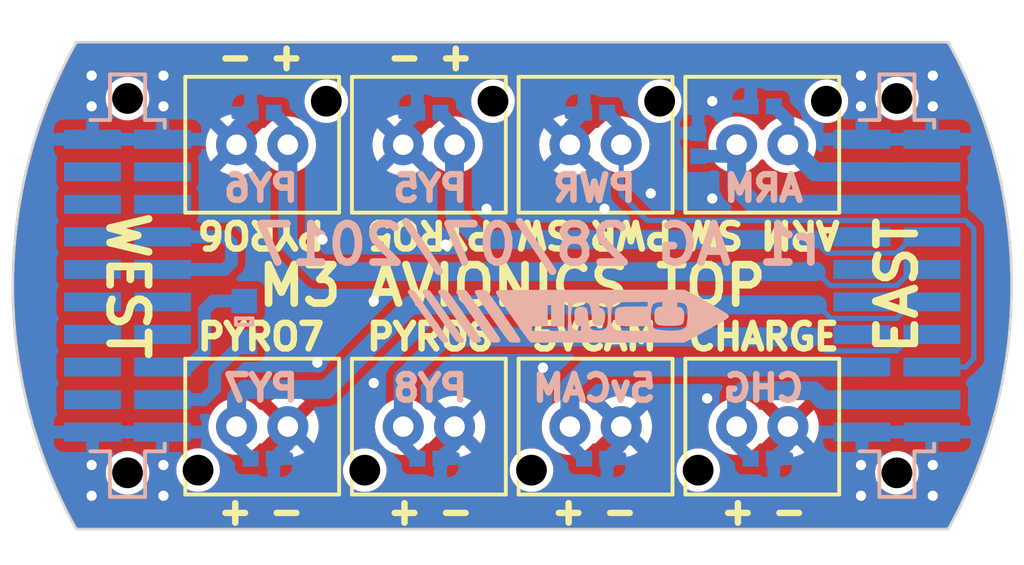
<source format=kicad_pcb>
(kicad_pcb (version 20221018) (generator pcbnew)
  (layers (0 "F.Cu" signal) (31 "B.Cu" signal) (34 "B.Paste" user) (35 "F.Paste" user) (36 "B.SilkS" user "B.Silkscreen") (37 "F.SilkS" user "F.Silkscreen") (38 "B.Mask" user) (39 "F.Mask" user) (44 "Edge.Cuts" user))
  (net 0 "")
  (net 1 "GND")
  (net 2 "/3v3_IMU")
  (net 3 "/JTMS")
  (net 4 "/3v3_RADIO")
  (net 5 "/JTCK")
  (net 6 "/3v3_FC")
  (net 7 "/JTDI")
  (net 8 "/3v3_PYRO")
  (net 9 "/3v3_DL")
  (net 10 "/RSVD1")
  (net 11 "/3v3_AUX1")
  (net 12 "/5v_CAN")
  (net 13 "/3v3_AUX2")
  (net 14 "/CAN-")
  (net 15 "/RSVD2")
  (net 16 "/CAN+")
  (net 17 "/CHARGE")
  (net 18 "/PWR")
  (net 19 "/5v_CAM")
  (net 20 "/PYRO8")
  (net 21 "/5v_AUX2")
  (net 22 "/PYRO7")
  (net 23 "/5v_AUX1")
  (net 24 "/PYRO6")
  (net 25 "/5v_IMU")
  (net 26 "/PYRO5")
  (net 27 "/5v_RADIO")
  (net 28 "/PYRO_SI")
  (net 29 "/PYRO_SO")
  (footprint "agg:B02B-PASK" (layer "F.Cu") (at 96.75 94.5)
    (fp_text reference "J1")
    (fp_text value "PYRO5")
    (fp_line (start -3 -2.65) (end 3 -2.65) (stroke (width 0.15)) (layer "F.SilkS"))
    (fp_line (start -3 2.65) (end -3 -2.65) (stroke (width 0.15)) (layer "F.SilkS"))
    (fp_line (start 3 -2.65) (end 3 2.65) (stroke (width 0.15)) (layer "F.SilkS"))
    (fp_line (start 3 2.65) (end -3 2.65) (stroke (width 0.15)) (layer "F.SilkS"))
    (pad "" np_thru_hole circle (at 2.5 -1.7) (size 1.2 1.2) (drill 1.2) (layers "*.Mask"))
    (pad "1" thru_hole circle (at 1 0) (size 1.6 1.6) (drill 0.8) (layers "*.Cu" "*.Mask") (net 26 "/PYRO5"))
    (pad "2" thru_hole circle (at -1 0) (size 1.6 1.6) (drill 0.8) (layers "*.Cu" "*.Mask") (net 1 "GND"))
  )
  (footprint "agg:B02B-PASK" (layer "F.Cu") (at 90.25 94.5)
    (fp_text reference "J3")
    (fp_text value "PYRO6")
    (fp_line (start -3 -2.65) (end 3 -2.65) (stroke (width 0.15)) (layer "F.SilkS"))
    (fp_line (start -3 2.65) (end -3 -2.65) (stroke (width 0.15)) (layer "F.SilkS"))
    (fp_line (start 3 -2.65) (end 3 2.65) (stroke (width 0.15)) (layer "F.SilkS"))
    (fp_line (start 3 2.65) (end -3 2.65) (stroke (width 0.15)) (layer "F.SilkS"))
    (pad "" np_thru_hole circle (at 2.5 -1.7) (size 1.2 1.2) (drill 1.2) (layers "*.Mask"))
    (pad "1" thru_hole circle (at 1 0) (size 1.6 1.6) (drill 0.8) (layers "*.Cu" "*.Mask") (net 24 "/PYRO6"))
    (pad "2" thru_hole circle (at -1 0) (size 1.6 1.6) (drill 0.8) (layers "*.Cu" "*.Mask") (net 1 "GND"))
  )
  (footprint "agg:B02B-PASK" (layer "F.Cu") (at 90.25 105.5 180)
    (fp_text reference "J5")
    (fp_text value "PYRO7")
    (fp_line (start -3 -2.65) (end 3 -2.65) (stroke (width 0.15)) (layer "F.SilkS"))
    (fp_line (start -3 2.65) (end -3 -2.65) (stroke (width 0.15)) (layer "F.SilkS"))
    (fp_line (start 3 -2.65) (end 3 2.65) (stroke (width 0.15)) (layer "F.SilkS"))
    (fp_line (start 3 2.65) (end -3 2.65) (stroke (width 0.15)) (layer "F.SilkS"))
    (pad "" np_thru_hole circle (at 2.5 -1.7 180) (size 1.2 1.2) (drill 1.2) (layers "*.Mask"))
    (pad "1" thru_hole circle (at 1 0 180) (size 1.6 1.6) (drill 0.8) (layers "*.Cu" "*.Mask") (net 22 "/PYRO7"))
    (pad "2" thru_hole circle (at -1 0 180) (size 1.6 1.6) (drill 0.8) (layers "*.Cu" "*.Mask") (net 1 "GND"))
  )
  (footprint "agg:B02B-PASK" (layer "F.Cu") (at 96.75 105.5 180)
    (fp_text reference "J6")
    (fp_text value "PYRO8")
    (fp_line (start -3 -2.65) (end 3 -2.65) (stroke (width 0.15)) (layer "F.SilkS"))
    (fp_line (start -3 2.65) (end -3 -2.65) (stroke (width 0.15)) (layer "F.SilkS"))
    (fp_line (start 3 -2.65) (end 3 2.65) (stroke (width 0.15)) (layer "F.SilkS"))
    (fp_line (start 3 2.65) (end -3 2.65) (stroke (width 0.15)) (layer "F.SilkS"))
    (pad "" np_thru_hole circle (at 2.5 -1.7 180) (size 1.2 1.2) (drill 1.2) (layers "*.Mask"))
    (pad "1" thru_hole circle (at 1 0 180) (size 1.6 1.6) (drill 0.8) (layers "*.Cu" "*.Mask") (net 20 "/PYRO8"))
    (pad "2" thru_hole circle (at -1 0 180) (size 1.6 1.6) (drill 0.8) (layers "*.Cu" "*.Mask") (net 1 "GND"))
  )
  (footprint "agg:B02B-PASK" (layer "F.Cu") (at 103.25 105.5 180)
    (fp_text reference "J7")
    (fp_text value "5v_CAM")
    (fp_line (start -3 -2.65) (end 3 -2.65) (stroke (width 0.15)) (layer "F.SilkS"))
    (fp_line (start -3 2.65) (end -3 -2.65) (stroke (width 0.15)) (layer "F.SilkS"))
    (fp_line (start 3 -2.65) (end 3 2.65) (stroke (width 0.15)) (layer "F.SilkS"))
    (fp_line (start 3 2.65) (end -3 2.65) (stroke (width 0.15)) (layer "F.SilkS"))
    (pad "" np_thru_hole circle (at 2.5 -1.7 180) (size 1.2 1.2) (drill 1.2) (layers "*.Mask"))
    (pad "1" thru_hole circle (at 1 0 180) (size 1.6 1.6) (drill 0.8) (layers "*.Cu" "*.Mask") (net 19 "/5v_CAM"))
    (pad "2" thru_hole circle (at -1 0 180) (size 1.6 1.6) (drill 0.8) (layers "*.Cu" "*.Mask") (net 1 "GND"))
  )
  (footprint "agg:B02B-PASK" (layer "F.Cu") (at 109.75 94.5)
    (fp_text reference "J8")
    (fp_text value "ARM")
    (fp_line (start -3 -2.65) (end 3 -2.65) (stroke (width 0.15)) (layer "F.SilkS"))
    (fp_line (start -3 2.65) (end -3 -2.65) (stroke (width 0.15)) (layer "F.SilkS"))
    (fp_line (start 3 -2.65) (end 3 2.65) (stroke (width 0.15)) (layer "F.SilkS"))
    (fp_line (start 3 2.65) (end -3 2.65) (stroke (width 0.15)) (layer "F.SilkS"))
    (pad "" np_thru_hole circle (at 2.5 -1.7) (size 1.2 1.2) (drill 1.2) (layers "*.Mask"))
    (pad "1" thru_hole circle (at 1 0) (size 1.6 1.6) (drill 0.8) (layers "*.Cu" "*.Mask") (net 29 "/PYRO_SO"))
    (pad "2" thru_hole circle (at -1 0) (size 1.6 1.6) (drill 0.8) (layers "*.Cu" "*.Mask") (net 28 "/PYRO_SI"))
  )
  (footprint "agg:B02B-PASK" (layer "F.Cu") (at 103.25 94.5)
    (fp_text reference "J9")
    (fp_text value "PWR")
    (fp_line (start -3 -2.65) (end 3 -2.65) (stroke (width 0.15)) (layer "F.SilkS"))
    (fp_line (start -3 2.65) (end -3 -2.65) (stroke (width 0.15)) (layer "F.SilkS"))
    (fp_line (start 3 -2.65) (end 3 2.65) (stroke (width 0.15)) (layer "F.SilkS"))
    (fp_line (start 3 2.65) (end -3 2.65) (stroke (width 0.15)) (layer "F.SilkS"))
    (pad "" np_thru_hole circle (at 2.5 -1.7) (size 1.2 1.2) (drill 1.2) (layers "*.Mask"))
    (pad "1" thru_hole circle (at 1 0) (size 1.6 1.6) (drill 0.8) (layers "*.Cu" "*.Mask") (net 18 "/PWR"))
    (pad "2" thru_hole circle (at -1 0) (size 1.6 1.6) (drill 0.8) (layers "*.Cu" "*.Mask") (net 1 "GND"))
  )
  (footprint "agg:B02B-PASK" (layer "F.Cu") (at 109.75 105.5 180)
    (fp_text reference "J10")
    (fp_text value "CHARGE")
    (fp_line (start -3 -2.65) (end 3 -2.65) (stroke (width 0.15)) (layer "F.SilkS"))
    (fp_line (start -3 2.65) (end -3 -2.65) (stroke (width 0.15)) (layer "F.SilkS"))
    (fp_line (start 3 -2.65) (end 3 2.65) (stroke (width 0.15)) (layer "F.SilkS"))
    (fp_line (start 3 2.65) (end -3 2.65) (stroke (width 0.15)) (layer "F.SilkS"))
    (pad "" np_thru_hole circle (at 2.5 -1.7 180) (size 1.2 1.2) (drill 1.2) (layers "*.Mask"))
    (pad "1" thru_hole circle (at 1 0 180) (size 1.6 1.6) (drill 0.8) (layers "*.Cu" "*.Mask") (net 17 "/CHARGE"))
    (pad "2" thru_hole circle (at -1 0 180) (size 1.6 1.6) (drill 0.8) (layers "*.Cu" "*.Mask") (net 1 "GND"))
  )
  (footprint "agg:SFML-110-02-L-D-LC" (layer "B.Cu") (at 85 100 -90)
    (fp_text reference "J2")
    (fp_text value "WEST BOT")
    (fp_line (start -8.245 -0.685) (end -8.245 0.685) (stroke (width 0.15)) (layer "B.SilkS"))
    (fp_line (start -8.245 0.685) (end -6.465 0.685) (stroke (width 0.15)) (layer "B.SilkS"))
    (fp_line (start -6.465 -1.45) (end -6.465 -0.685) (stroke (width 0.15)) (layer "B.SilkS"))
    (fp_line (start -6.465 -0.685) (end -8.245 -0.685) (stroke (width 0.15)) (layer "B.SilkS"))
    (fp_line (start -6.465 0.685) (end -6.465 1.45) (stroke (width 0.15)) (layer "B.SilkS"))
    (fp_line (start -6.165 -1.45) (end -6.465 -1.45) (stroke (width 0.15)) (layer "B.SilkS"))
    (fp_line (start 6.465 -1.45) (end 6.165 -1.45) (stroke (width 0.15)) (layer "B.SilkS"))
    (fp_line (start 6.465 -0.685) (end 6.465 -1.45) (stroke (width 0.15)) (layer "B.SilkS"))
    (fp_line (start 6.465 0.685) (end 8.245 0.685) (stroke (width 0.15)) (layer "B.SilkS"))
    (fp_line (start 6.465 1.45) (end 6.465 0.685) (stroke (width 0.15)) (layer "B.SilkS"))
    (fp_line (start 8.245 -0.685) (end 6.465 -0.685) (stroke (width 0.15)) (layer "B.SilkS"))
    (fp_line (start 8.245 0.685) (end 8.245 -0.685) (stroke (width 0.15)) (layer "B.SilkS"))
    (pad "" np_thru_hole circle (at -7.305 0 270) (size 1.2 1.2) (drill 1.2) (layers "*.Mask"))
    (pad "" np_thru_hole circle (at 7.305 0 270) (size 1.2 1.2) (drill 1.2) (layers "*.Mask"))
    (pad "1" smd rect (at -5.715 1.365 270) (size 0.74 2.22) (layers "B.Cu" "B.Paste" "B.Mask") (net 1 "GND"))
    (pad "2" smd rect (at -5.715 -1.365 270) (size 0.74 2.22) (layers "B.Cu" "B.Paste" "B.Mask") (net 1 "GND"))
    (pad "3" smd rect (at -4.445 1.365 270) (size 0.74 2.22) (layers "B.Cu" "B.Paste" "B.Mask") (net 2 "/3v3_IMU"))
    (pad "4" smd rect (at -4.445 -1.365 270) (size 0.74 2.22) (layers "B.Cu" "B.Paste" "B.Mask") (net 3 "/JTMS"))
    (pad "5" smd rect (at -3.175 1.365 270) (size 0.74 2.22) (layers "B.Cu" "B.Paste" "B.Mask") (net 4 "/3v3_RADIO"))
    (pad "6" smd rect (at -3.175 -1.365 270) (size 0.74 2.22) (layers "B.Cu" "B.Paste" "B.Mask") (net 5 "/JTCK"))
    (pad "7" smd rect (at -1.905 1.365 270) (size 0.74 2.22) (layers "B.Cu" "B.Paste" "B.Mask") (net 6 "/3v3_FC"))
    (pad "8" smd rect (at -1.905 -1.365 270) (size 0.74 2.22) (layers "B.Cu" "B.Paste" "B.Mask") (net 7 "/JTDI"))
    (pad "9" smd rect (at -0.635 1.365 270) (size 0.74 2.22) (layers "B.Cu" "B.Paste" "B.Mask") (net 8 "/3v3_PYRO"))
    (pad "10" smd rect (at -0.635 -1.365 270) (size 0.74 2.22) (layers "B.Cu" "B.Paste" "B.Mask") (net 7 "/JTDI"))
    (pad "11" smd rect (at 0.635 1.365 270) (size 0.74 2.22) (layers "B.Cu" "B.Paste" "B.Mask") (net 9 "/3v3_DL"))
    (pad "12" smd rect (at 0.635 -1.365 270) (size 0.74 2.22) (layers "B.Cu" "B.Paste" "B.Mask") (net 10 "/RSVD1"))
    (pad "13" smd rect (at 1.905 1.365 270) (size 0.74 2.22) (layers "B.Cu" "B.Paste" "B.Mask") (net 11 "/3v3_AUX1"))
    (pad "14" smd rect (at 1.905 -1.365 270) (size 0.74 2.22) (layers "B.Cu" "B.Paste" "B.Mask") (net 12 "/5v_CAN"))
    (pad "15" smd rect (at 3.175 1.365 270) (size 0.74 2.22) (layers "B.Cu" "B.Paste" "B.Mask") (net 13 "/3v3_AUX2"))
    (pad "16" smd rect (at 3.175 -1.365 270) (size 0.74 2.22) (layers "B.Cu" "B.Paste" "B.Mask") (net 14 "/CAN-"))
    (pad "17" smd rect (at 4.445 1.365 270) (size 0.74 2.22) (layers "B.Cu" "B.Paste" "B.Mask") (net 15 "/RSVD2"))
    (pad "18" smd rect (at 4.445 -1.365 270) (size 0.74 2.22) (layers "B.Cu" "B.Paste" "B.Mask") (net 16 "/CAN+"))
    (pad "19" smd rect (at 5.715 1.365 270) (size 0.74 2.22) (layers "B.Cu" "B.Paste" "B.Mask") (net 1 "GND"))
    (pad "20" smd rect (at 5.715 -1.365 270) (size 0.74 2.22) (layers "B.Cu" "B.Paste" "B.Mask") (net 1 "GND"))
  )
  (footprint "agg:SFML-110-02-L-D-LC" (layer "B.Cu") (at 115 100 -90)
    (fp_text reference "J4")
    (fp_text value "EAST BOT")
    (fp_line (start -8.245 -0.685) (end -8.245 0.685) (stroke (width 0.15)) (layer "B.SilkS"))
    (fp_line (start -8.245 0.685) (end -6.465 0.685) (stroke (width 0.15)) (layer "B.SilkS"))
    (fp_line (start -6.465 -1.45) (end -6.465 -0.685) (stroke (width 0.15)) (layer "B.SilkS"))
    (fp_line (start -6.465 -0.685) (end -8.245 -0.685) (stroke (width 0.15)) (layer "B.SilkS"))
    (fp_line (start -6.465 0.685) (end -6.465 1.45) (stroke (width 0.15)) (layer "B.SilkS"))
    (fp_line (start -6.165 -1.45) (end -6.465 -1.45) (stroke (width 0.15)) (layer "B.SilkS"))
    (fp_line (start 6.465 -1.45) (end 6.165 -1.45) (stroke (width 0.15)) (layer "B.SilkS"))
    (fp_line (start 6.465 -0.685) (end 6.465 -1.45) (stroke (width 0.15)) (layer "B.SilkS"))
    (fp_line (start 6.465 0.685) (end 8.245 0.685) (stroke (width 0.15)) (layer "B.SilkS"))
    (fp_line (start 6.465 1.45) (end 6.465 0.685) (stroke (width 0.15)) (layer "B.SilkS"))
    (fp_line (start 8.245 -0.685) (end 6.465 -0.685) (stroke (width 0.15)) (layer "B.SilkS"))
    (fp_line (start 8.245 0.685) (end 8.245 -0.685) (stroke (width 0.15)) (layer "B.SilkS"))
    (pad "" np_thru_hole circle (at -7.305 0 270) (size 1.2 1.2) (drill 1.2) (layers "*.Mask"))
    (pad "" np_thru_hole circle (at 7.305 0 270) (size 1.2 1.2) (drill 1.2) (layers "*.Mask"))
    (pad "1" smd rect (at -5.715 1.365 270) (size 0.74 2.22) (layers "B.Cu" "B.Paste" "B.Mask") (net 1 "GND"))
    (pad "2" smd rect (at -5.715 -1.365 270) (size 0.74 2.22) (layers "B.Cu" "B.Paste" "B.Mask") (net 1 "GND"))
    (pad "3" smd rect (at -4.445 1.365 270) (size 0.74 2.22) (layers "B.Cu" "B.Paste" "B.Mask") (net 29 "/PYRO_SO"))
    (pad "4" smd rect (at -4.445 -1.365 270) (size 0.74 2.22) (layers "B.Cu" "B.Paste" "B.Mask") (net 29 "/PYRO_SO"))
    (pad "5" smd rect (at -3.175 1.365 270) (size 0.74 2.22) (layers "B.Cu" "B.Paste" "B.Mask") (net 28 "/PYRO_SI"))
    (pad "6" smd rect (at -3.175 -1.365 270) (size 0.74 2.22) (layers "B.Cu" "B.Paste" "B.Mask") (net 28 "/PYRO_SI"))
    (pad "7" smd rect (at -1.905 1.365 270) (size 0.74 2.22) (layers "B.Cu" "B.Paste" "B.Mask") (net 27 "/5v_RADIO"))
    (pad "8" smd rect (at -1.905 -1.365 270) (size 0.74 2.22) (layers "B.Cu" "B.Paste" "B.Mask") (net 26 "/PYRO5"))
    (pad "9" smd rect (at -0.635 1.365 270) (size 0.74 2.22) (layers "B.Cu" "B.Paste" "B.Mask") (net 25 "/5v_IMU"))
    (pad "10" smd rect (at -0.635 -1.365 270) (size 0.74 2.22) (layers "B.Cu" "B.Paste" "B.Mask") (net 24 "/PYRO6"))
    (pad "11" smd rect (at 0.635 1.365 270) (size 0.74 2.22) (layers "B.Cu" "B.Paste" "B.Mask") (net 23 "/5v_AUX1"))
    (pad "12" smd rect (at 0.635 -1.365 270) (size 0.74 2.22) (layers "B.Cu" "B.Paste" "B.Mask") (net 22 "/PYRO7"))
    (pad "13" smd rect (at 1.905 1.365 270) (size 0.74 2.22) (layers "B.Cu" "B.Paste" "B.Mask") (net 21 "/5v_AUX2"))
    (pad "14" smd rect (at 1.905 -1.365 270) (size 0.74 2.22) (layers "B.Cu" "B.Paste" "B.Mask") (net 20 "/PYRO8"))
    (pad "15" smd rect (at 3.175 1.365 270) (size 0.74 2.22) (layers "B.Cu" "B.Paste" "B.Mask") (net 19 "/5v_CAM"))
    (pad "16" smd rect (at 3.175 -1.365 270) (size 0.74 2.22) (layers "B.Cu" "B.Paste" "B.Mask") (net 18 "/PWR"))
    (pad "17" smd rect (at 4.445 1.365 270) (size 0.74 2.22) (layers "B.Cu" "B.Paste" "B.Mask") (net 17 "/CHARGE"))
    (pad "18" smd rect (at 4.445 -1.365 270) (size 0.74 2.22) (layers "B.Cu" "B.Paste" "B.Mask") (net 17 "/CHARGE"))
    (pad "19" smd rect (at 5.715 1.365 270) (size 0.74 2.22) (layers "B.Cu" "B.Paste" "B.Mask") (net 1 "GND"))
    (pad "20" smd rect (at 5.715 -1.365 270) (size 0.74 2.22) (layers "B.Cu" "B.Paste" "B.Mask") (net 1 "GND"))
  )
  (footprint "agg:0402" (layer "B.Cu") (at 96.75 93.25 180)
    (fp_text reference "D1")
    (fp_text value "ESD_DIODE")
    (pad "1" smd rect (at -0.45 0 180) (size 0.62 0.62) (layers "B.Cu" "B.Paste" "B.Mask") (net 26 "/PYRO5"))
    (pad "2" smd rect (at 0.45 0 180) (size 0.62 0.62) (layers "B.Cu" "B.Paste" "B.Mask") (net 1 "GND"))
  )
  (footprint "agg:0402" (layer "B.Cu") (at 90.25 93.25 180)
    (fp_text reference "D2")
    (fp_text value "ESD_DIODE")
    (pad "1" smd rect (at -0.45 0 180) (size 0.62 0.62) (layers "B.Cu" "B.Paste" "B.Mask") (net 24 "/PYRO6"))
    (pad "2" smd rect (at 0.45 0 180) (size 0.62 0.62) (layers "B.Cu" "B.Paste" "B.Mask") (net 1 "GND"))
  )
  (footprint "agg:0402" (layer "B.Cu") (at 90.25 106.75)
    (fp_text reference "D3")
    (fp_text value "ESD_DIODE")
    (pad "1" smd rect (at -0.45 0) (size 0.62 0.62) (layers "B.Cu" "B.Paste" "B.Mask") (net 22 "/PYRO7"))
    (pad "2" smd rect (at 0.45 0) (size 0.62 0.62) (layers "B.Cu" "B.Paste" "B.Mask") (net 1 "GND"))
  )
  (footprint "agg:0402" (layer "B.Cu") (at 96.75 106.75)
    (fp_text reference "D4")
    (fp_text value "ESD_DIODE")
    (pad "1" smd rect (at -0.45 0) (size 0.62 0.62) (layers "B.Cu" "B.Paste" "B.Mask") (net 20 "/PYRO8"))
    (pad "2" smd rect (at 0.45 0) (size 0.62 0.62) (layers "B.Cu" "B.Paste" "B.Mask") (net 1 "GND"))
  )
  (footprint "agg:0402" (layer "B.Cu") (at 103.25 106.75)
    (fp_text reference "D5")
    (fp_text value "ESD_DIODE")
    (pad "1" smd rect (at -0.45 0) (size 0.62 0.62) (layers "B.Cu" "B.Paste" "B.Mask") (net 19 "/5v_CAM"))
    (pad "2" smd rect (at 0.45 0) (size 0.62 0.62) (layers "B.Cu" "B.Paste" "B.Mask") (net 1 "GND"))
  )
  (footprint "agg:0402" (layer "B.Cu") (at 109.75 106.75)
    (fp_text reference "D9")
    (fp_text value "ESD_DIODE")
    (pad "1" smd rect (at -0.45 0) (size 0.62 0.62) (layers "B.Cu" "B.Paste" "B.Mask") (net 17 "/CHARGE"))
    (pad "2" smd rect (at 0.45 0) (size 0.62 0.62) (layers "B.Cu" "B.Paste" "B.Mask") (net 1 "GND"))
  )
  (footprint "agg:0402" (layer "B.Cu") (at 103.25 93.25 180)
    (fp_text reference "D8")
    (fp_text value "ESD_DIODE")
    (pad "1" smd rect (at -0.45 0 180) (size 0.62 0.62) (layers "B.Cu" "B.Paste" "B.Mask") (net 18 "/PWR"))
    (pad "2" smd rect (at 0.45 0 180) (size 0.62 0.62) (layers "B.Cu" "B.Paste" "B.Mask") (net 1 "GND"))
  )
  (footprint "agg:0402" (layer "B.Cu") (at 109.75 93 180)
    (fp_text reference "D7")
    (fp_text value "ESD_DIODE")
    (pad "1" smd rect (at -0.45 0 180) (size 0.62 0.62) (layers "B.Cu" "B.Paste" "B.Mask") (net 29 "/PYRO_SO"))
    (pad "2" smd rect (at 0.45 0 180) (size 0.62 0.62) (layers "B.Cu" "B.Paste" "B.Mask") (net 1 "GND"))
  )
  (footprint "agg:0402" (layer "B.Cu") (at 107.25 94.5 90)
    (fp_text reference "D6")
    (fp_text value "ESD_DIODE")
    (pad "1" smd rect (at -0.45 0 90) (size 0.62 0.62) (layers "B.Cu" "B.Paste" "B.Mask") (net 28 "/PYRO_SI"))
    (pad "2" smd rect (at 0.45 0 90) (size 0.62 0.62) (layers "B.Cu" "B.Paste" "B.Mask") (net 1 "GND"))
  )
  (footprint "agg:0603" (layer "B.Cu") (at 89.55 101.4 -90)
    (fp_text reference "R1")
    (fp_text value "120")
    (fp_line (start -0.125 -0.325) (end -0.125 0.325) (stroke (width 0.15)) (layer "B.SilkS"))
    (fp_line (start -0.125 0.325) (end 0.125 0.325) (stroke (width 0.15)) (layer "B.SilkS"))
    (fp_line (start 0.125 -0.325) (end -0.125 -0.325) (stroke (width 0.15)) (layer "B.SilkS"))
    (fp_line (start 0.125 0.325) (end 0.125 -0.325) (stroke (width 0.15)) (layer "B.SilkS"))
    (pad "1" smd rect (at -0.8 0 270) (size 0.95 1) (layers "B.Cu" "B.Paste" "B.Mask") (net 14 "/CAN-"))
    (pad "2" smd rect (at 0.8 0 270) (size 0.95 1) (layers "B.Cu" "B.Paste" "B.Mask") (net 16 "/CAN+"))
  )
  (footprint "m3fc:cusf_logo_small" (layer "B.Cu") (at 102.2 101.2 90)
    (fp_text reference "G***" hide)
    (fp_text value "LOGO" hide)
    (fp_poly (pts (xy 0.995736 -6.138875) (xy 0.993366 -6.187746) (xy 0.972523 -6.218489) (xy 0.954842 -6.223) (xy 0.930121 -6.211207) (xy 0.874208 -6.177355) (xy 0.790543 -6.123733) (xy 0.682563 -6.052633) (xy 0.553707 -5.966343) (xy 0.407414 -5.867155) (xy 0.247121 -5.757357) (xy 0.076267 -5.63924) (xy 0.0288 -5.60624) (xy -0.145473 -5.484672) (xy -0.310662 -5.368944) (xy -0.46321 -5.26158) (xy -0.59956 -5.165108) (xy -0.716156 -5.082054) (xy -0.809441 -5.014943) (xy -0.875858 -4.966302) (xy -0.911851 -4.938657) (xy -0.915458 -4.93553) (xy -0.961704 -4.873875) (xy -0.973666 -4.808989) (xy -0.9702 -4.760576) (xy -0.95438 -4.743531) (xy -0.925712 -4.745565) (xy -0.901117 -4.75881) (xy -0.845893 -4.793668) (xy -0.764029 -4.847387) (xy -0.659512 -4.917211) (xy -0.536331 -5.000388) (xy -0.398474 -5.094163) (xy -0.24993 -5.195783) (xy -0.094686 -5.302495) (xy 0.06327 -5.411543) (xy 0.219948 -5.520175) (xy 0.371361 -5.625637) (xy 0.513521 -5.725175) (xy 0.64244 -5.816035) (xy 0.754128 -5.895464) (xy 0.844598 -5.960707) (xy 0.909862 -6.009012) (xy 0.945932 -6.037623) (xy 0.947209 -6.03877) (xy 0.98017 -6.084882) (xy 0.995736 -6.138875)) (stroke (width 0.1)) (fill solid) (layer "B.SilkS"))
    (fp_poly (pts (xy 0.996748 -5.594801) (xy 0.983434 -5.636726) (xy 0.957253 -5.6515) (xy 0.933072 -5.639695) (xy 0.877671 -5.605795) (xy 0.794447 -5.552075) (xy 0.686797 -5.480809) (xy 0.558118 -5.39427) (xy 0.411806 -5.294732) (xy 0.251259 -5.184469) (xy 0.079873 -5.065756) (xy 0.020628 -5.024494) (xy -0.154397 -4.902236) (xy -0.319999 -4.786186) (xy -0.472711 -4.678802) (xy -0.609064 -4.582539) (xy -0.72559 -4.499853) (xy -0.81882 -4.433202) (xy -0.885286 -4.385041) (xy -0.92152 -4.357826) (xy -0.926041 -4.354055) (xy -0.955331 -4.310728) (xy -0.972459 -4.25345) (xy -0.976654 -4.195206) (xy -0.967148 -4.148978) (xy -0.943166 -4.127751) (xy -0.939492 -4.1275) (xy -0.916685 -4.139257) (xy -0.863234 -4.172714) (xy -0.783073 -4.225147) (xy -0.680136 -4.293835) (xy -0.558359 -4.376054) (xy -0.421674 -4.469082) (xy -0.274018 -4.570196) (xy -0.119323 -4.676674) (xy 0.038476 -4.785792) (xy 0.195444 -4.894828) (xy 0.347647 -5.00106) (xy 0.491151 -5.101765) (xy 0.622021 -5.194219) (xy 0.736324 -5.275701) (xy 0.830124 -5.343488) (xy 0.899488 -5.394856) (xy 0.94048 -5.427085) (xy 0.947209 -5.433151) (xy 0.978047 -5.48023) (xy 0.994756 -5.538374) (xy 0.996748 -5.594801)) (stroke (width 0.1)) (fill solid) (layer "B.SilkS"))
    (fp_poly (pts (xy 0.994834 -4.92596) (xy 0.992604 -4.99205) (xy 0.983617 -5.025823) (xy 0.964423 -5.037161) (xy 0.955856 -5.037667) (xy 0.931394 -5.025859) (xy 0.875726 -4.991954) (xy 0.792258 -4.938228) (xy 0.684395 -4.866958) (xy 0.555543 -4.780421) (xy 0.409109 -4.680891) (xy 0.248499 -4.570647) (xy 0.077118 -4.451965) (xy 0.019231 -4.411651) (xy -0.155708 -4.289432) (xy -0.321253 -4.173358) (xy -0.473926 -4.065897) (xy -0.610252 -3.969514) (xy -0.726754 -3.886676) (xy -0.819954 -3.81985) (xy -0.886377 -3.771503) (xy -0.922544 -3.744102) (xy -0.926962 -3.740346) (xy -0.955611 -3.70654) (xy -0.968768 -3.665392) (xy -0.970376 -3.601774) (xy -0.969295 -3.577904) (xy -0.963838 -3.510443) (xy -0.95382 -3.475413) (xy -0.934935 -3.462911) (xy -0.918919 -3.462059) (xy -0.893421 -3.474166) (xy -0.837446 -3.50812) (xy -0.754968 -3.561161) (xy -0.64996 -3.630532) (xy -0.526394 -3.713472) (xy -0.388244 -3.807225) (xy -0.239481 -3.90903) (xy -0.08408 -4.01613) (xy 0.073989 -4.125765) (xy 0.230751 -4.235178) (xy 0.382233 -4.341609) (xy 0.524464 -4.4423) (xy 0.653471 -4.534492) (xy 0.76528 -4.615426) (xy 0.855919 -4.682344) (xy 0.921415 -4.732487) (xy 0.957795 -4.763097) (xy 0.963054 -4.768881) (xy 0.983116 -4.820395) (xy 0.993914 -4.895912) (xy 0.994834 -4.92596)) (stroke (width 0.1)) (fill solid) (layer "B.SilkS"))
    (fp_poly (pts (xy 0.992199 -4.113405) (xy 0.990412 -4.189997) (xy 0.9904 -4.190272) (xy 0.984093 -4.270389) (xy 0.972762 -4.315715) (xy 0.954411 -4.333683) (xy 0.951719 -4.334339) (xy 0.928535 -4.323757) (xy 0.874105 -4.291054) (xy 0.791802 -4.238476) (xy 0.685 -4.168269) (xy 0.55707 -4.082678) (xy 0.411387 -3.983947) (xy 0.251323 -3.874322) (xy 0.08025 -3.756048) (xy 0.020386 -3.714408) (xy -0.154744 -3.592031) (xy -0.320435 -3.475523) (xy -0.47321 -3.367378) (xy -0.609592 -3.270093) (xy -0.726105 -3.186161) (xy -0.819272 -3.118078) (xy -0.885617 -3.068339) (xy -0.921662 -3.039438) (xy -0.926041 -3.035211) (xy -0.95489 -2.993263) (xy -0.969427 -2.940578) (xy -0.973653 -2.86207) (xy -0.973666 -2.855655) (xy -0.968312 -2.771067) (xy -0.950441 -2.724355) (xy -0.917346 -2.712216) (xy -0.870094 -2.72929) (xy -0.838586 -2.749033) (xy -0.776971 -2.790191) (xy -0.689398 -2.849854) (xy -0.580015 -2.925113) (xy -0.452972 -3.013058) (xy -0.312416 -3.11078) (xy -0.162496 -3.21537) (xy -0.007362 -3.323918) (xy 0.148839 -3.433514) (xy 0.301958 -3.54125) (xy 0.447845 -3.644215) (xy 0.582353 -3.739501) (xy 0.701334 -3.824198) (xy 0.800637 -3.895396) (xy 0.876115 -3.950187) (xy 0.923619 -3.985661) (xy 0.937483 -3.996937) (xy 0.969553 -4.030826) (xy 0.986519 -4.064998) (xy 0.992199 -4.113405)) (stroke (width 0.1)) (fill solid) (layer "B.SilkS"))
    (fp_poly (pts (xy 0.992455 -3.363004) (xy 0.990416 -3.431445) (xy 0.984431 -3.521917) (xy 0.97447 -3.584698) (xy 0.961685 -3.612798) (xy 0.960424 -3.613391) (xy 0.933054 -3.60578) (xy 0.881077 -3.578623) (xy 0.814195 -3.537173) (xy 0.791091 -3.521655) (xy 0.583644 -3.379206) (xy 0.377312 -3.236717) (xy 0.175343 -3.096486) (xy -0.019017 -2.960811) (xy -0.202519 -2.831988) (xy -0.371917 -2.712316) (xy -0.523963 -2.604091) (xy -0.65541 -2.509612) (xy -0.76301 -2.431175) (xy -0.843516 -2.371078) (xy -0.89368 -2.331619) (xy -0.904875 -2.321796) (xy -0.939572 -2.286494) (xy -0.960073 -2.253934) (xy -0.970102 -2.211636) (xy -0.973385 -2.147124) (xy -0.973666 -2.091348) (xy -0.97293 -2.00854) (xy -0.969045 -1.959385) (xy -0.959501 -1.935205) (xy -0.941787 -1.927325) (xy -0.926041 -1.926812) (xy -0.90183 -1.938643) (xy -0.846984 -1.972108) (xy -0.76549 -2.024471) (xy -0.661329 -2.093) (xy -0.538486 -2.174959) (xy -0.400945 -2.267614) (xy -0.252688 -2.368231) (xy -0.097699 -2.474075) (xy 0.060037 -2.582413) (xy 0.216538 -2.690509) (xy 0.36782 -2.79563) (xy 0.509899 -2.895042) (xy 0.638791 -2.986008) (xy 0.750514 -3.065797) (xy 0.841083 -3.131672) (xy 0.906515 -3.1809) (xy 0.9375 -3.205949) (xy 0.966549 -3.233609) (xy 0.983641 -3.261543) (xy 0.9914 -3.300943) (xy 0.992455 -3.363004)) (stroke (width 0.1)) (fill solid) (layer "B.SilkS"))
    (fp_poly (pts (xy 0.994954 4.512126) (xy 0.989602 0.864355) (xy 0.988922 0.40392) (xy 0.988277 -0.016045) (xy 0.987643 -0.397406) (xy 0.986995 -0.742026) (xy 0.986311 -1.05177) (xy 0.985564 -1.328502) (xy 0.98473 -1.574087) (xy 0.983786 -1.790388) (xy 0.982707 -1.979271) (xy 0.981469 -2.142598) (xy 0.980047 -2.282235) (xy 0.978417 -2.400047) (xy 0.976555 -2.497896) (xy 0.974436 -2.577648) (xy 0.972036 -2.641166) (xy 0.96933 -2.690315) (xy 0.966295 -2.72696) (xy 0.962906 -2.752965) (xy 0.959138 -2.770193) (xy 0.954968 -2.780509) (xy 0.950371 -2.785778) (xy 0.945322 -2.787864) (xy 0.941917 -2.78838) (xy 0.914543 -2.777381) (xy 0.854647 -2.742682) (xy 0.763974 -2.685439) (xy 0.644271 -2.606807) (xy 0.619973 -2.590463) (xy 0.619973 3.704167) (xy 0.47932 3.704167) (xy 0.338667 3.704167) (xy 0.338667 3.631461) (xy 0.326661 3.534217) (xy 0.292835 3.462218) (xy 0.256067 3.430106) (xy 0.196567 3.411154) (xy 0.110079 3.398639) (xy 0.011547 3.393206) (xy -0.084081 3.395505) (xy -0.161859 3.40618) (xy -0.179847 3.411237) (xy -0.225411 3.431516) (xy -0.260016 3.461319) (xy -0.285128 3.506146) (xy -0.302211 3.571499) (xy -0.31273 3.66288) (xy -0.318149 3.78579) (xy -0.31991 3.93731) (xy -0.318068 4.100152) (xy -0.310808 4.225172) (xy -0.297258 4.316636) (xy -0.276542 4.378812) (xy -0.247786 4.415966) (xy -0.21889 4.43041) (xy -0.126724 4.45195) (xy -0.045144 4.460393) (xy 0.047676 4.457374) (xy 0.090214 4.453584) (xy 0.19419 4.437497) (xy 0.262451 4.410432) (xy 0.301168 4.36756) (xy 0.31651 4.30405) (xy 0.3175 4.275667) (xy 0.3175 4.191) (xy 0.457981 4.191) (xy 0.598463 4.191) (xy 0.587767 4.324248) (xy 0.570581 4.442159) (xy 0.53731 4.532926) (xy 0.483476 4.599585) (xy 0.404605 4.645171) (xy 0.296219 4.672718) (xy 0.153842 4.685261) (xy 0.052917 4.686855) (xy -0.124376 4.681019) (xy -0.265316 4.663061) (xy -0.37467 4.63091) (xy -0.457207 4.582497) (xy -0.517697 4.515751) (xy -0.560908 4.428601) (xy -0.564409 4.418837) (xy -0.585027 4.329766) (xy -0.598139 4.209513) (xy -0.604111 4.067732) (xy -0.603308 3.914082) (xy -0.596096 3.75822) (xy -0.582841 3.609802) (xy -0.563909 3.478486) (xy -0.539663 3.373929) (xy -0.523155 3.32901) (xy -0.477635 3.272119) (xy -0.401517 3.221679) (xy -0.306533 3.184794) (xy -0.271267 3.176453) (xy -0.166129 3.163052) (xy -0.036832 3.157175) (xy 0.099129 3.158807) (xy 0.224259 3.167932) (xy 0.286727 3.176972) (xy 0.36528 3.194604) (xy 0.434836 3.215469) (xy 0.467677 3.228956) (xy 0.528915 3.284066) (xy 0.573981 3.376693) (xy 0.602049 3.504897) (xy 0.607603 3.55661) (xy 0.619973 3.704167) (xy 0.619973 -2.590463) (xy 0.61812 -2.589217) (xy 0.61812 3.132667) (xy 0.478393 3.132667) (xy 0.338667 3.132667) (xy 0.337745 2.619375) (xy 0.33665 2.425996) (xy 0.333839 2.270419) (xy 0.328872 2.148132) (xy 0.321308 2.054622) (xy 0.310709 1.985377) (xy 0.296632 1.935886) (xy 0.27864 1.901636) (xy 0.266312 1.887053) (xy 0.226703 1.869257) (xy 0.156521 1.856971) (xy 0.067143 1.850213) (xy -0.030053 1.849004) (xy -0.123692 1.853362) (xy -0.202396 1.863308) (xy -0.25479 1.878859) (xy -0.265339 1.886147) (xy -0.286428 1.913758) (xy -0.303157 1.952899) (xy -0.315992 2.008212) (xy -0.325403 2.084342) (xy -0.331857 2.185931) (xy -0.335821 2.317624) (xy -0.337764 2.484064) (xy -0.338162 2.608792) (xy -0.338666 3.132667) (xy -0.477927 3.132667) (xy -0.617187 3.132667) (xy -0.609824 2.513542) (xy -0.607258 2.327543) (xy -0.604279 2.179067) (xy -0.600602 2.063305) (xy -0.595941 1.975447) (xy -0.590011 1.910683) (xy -0.582527 1.864203) (xy -0.573205 1.831198) (xy -0.568735 1.820333) (xy -0.515076 1.733828) (xy -0.441206 1.675442) (xy -0.343971 1.638577) (xy -0.260895 1.623921) (xy -0.149429 1.614662) (xy -0.023186 1.610927) (xy 0.104219 1.612845) (xy 0.219171 1.620544) (xy 0.300583 1.632492) (xy 0.412066 1.666588) (xy 0.491262 1.717697) (xy 0.546869 1.792221) (xy 0.562507 1.825352) (xy 0.573915 1.856978) (xy 0.583059 1.895463) (xy 0.590287 1.946013) (xy 0.59595 2.013831) (xy 0.600396 2.104121) (xy 0.603974 2.222087) (xy 0.607034 2.372933) (xy 0.609391 2.524125) (xy 0.61812 3.132667) (xy 0.61812 -2.589217) (xy 0.613834 -2.586334) (xy 0.613834 -0.211667) (xy 0.613834 -0.09525) (xy 0.613834 0.021167) (xy 0.602885 0.021167) (xy 0.602885 0.512006) (xy 0.596344 0.627817) (xy 0.576036 0.727283) (xy 0.543535 0.799314) (xy 0.534519 0.810812) (xy 0.485633 0.851877) (xy 0.417233 0.883417) (xy 0.322492 0.907544) (xy 0.194587 0.926371) (xy 0.143502 0.931825) (xy -0.006977 0.947088) (xy -0.120529 0.960581) (xy -0.202353 0.974716) (xy -0.257646 0.991909) (xy -0.291609 1.014572) (xy -0.30944 1.045122) (xy -0.316337 1.085971) (xy -0.317499 1.139534) (xy -0.3175 1.145904) (xy -0.312103 1.235298) (xy -0.291271 1.292888) (xy -0.248039 1.328348) (xy -0.175444 1.351349) (xy -0.16851 1.352866) (xy -0.020478 1.374243) (xy 0.102417 1.370514) (xy 0.197509 1.342646) (xy 0.262129 1.291606) (xy 0.293613 1.21836) (xy 0.296334 1.184338) (xy 0.300799 1.162124) (xy 0.320344 1.149639) (xy 0.364191 1.144169) (xy 0.436878 1.143) (xy 0.577423 1.143) (xy 0.56499 1.263463) (xy 0.542122 1.374313) (xy 0.495978 1.45597) (xy 0.420424 1.517951) (xy 0.390218 1.534583) (xy 0.351303 1.551674) (xy 0.307719 1.563526) (xy 0.251062 1.571051) (xy 0.172928 1.575161) (xy 0.064914 1.576767) (xy 0 1.576917) (xy -0.15977 1.574556) (xy -0.283352 1.56625) (xy -0.376693 1.55016) (xy -0.445739 1.524451) (xy -0.496435 1.487285) (xy -0.534729 1.436824) (xy -0.550727 1.406769) (xy -0.579266 1.317108) (xy -0.594622 1.203787) (xy -0.596345 1.08352) (xy -0.583984 0.97302) (xy -0.564255 0.904309) (xy -0.53354 0.852161) (xy -0.486499 0.810315) (xy -0.418299 0.777187) (xy -0.324106 0.751191) (xy -0.199089 0.730742) (xy -0.038415 0.714254) (xy 0.03175 0.708788) (xy 0.122823 0.699287) (xy 0.202133 0.685868) (xy 0.25691 0.670884) (xy 0.268886 0.66511) (xy 0.309907 0.616453) (xy 0.330261 0.545136) (xy 0.331053 0.464027) (xy 0.313384 0.385994) (xy 0.278357 0.323906) (xy 0.237059 0.293763) (xy 0.191968 0.285135) (xy 0.116739 0.279581) (xy 0.023499 0.277758) (xy -0.038948 0.278818) (xy -0.13885 0.282762) (xy -0.20555 0.288357) (xy -0.248175 0.297606) (xy -0.275856 0.312513) (xy -0.297722 0.335081) (xy -0.29824 0.33572) (xy -0.327043 0.392847) (xy -0.338666 0.457428) (xy -0.338666 0.529167) (xy -0.478689 0.529167) (xy -0.618711 0.529167) (xy -0.603806 0.407458) (xy -0.576386 0.273187) (xy -0.53152 0.176983) (xy -0.468901 0.118204) (xy -0.463802 0.115453) (xy -0.377218 0.084504) (xy -0.259589 0.062034) (xy -0.121502 0.048835) (xy 0.026457 0.045701) (xy 0.173704 0.053427) (xy 0.247369 0.062129) (xy 0.374021 0.088077) (xy 0.465506 0.127674) (xy 0.528323 0.187083) (xy 0.568971 0.272468) (xy 0.593951 0.389993) (xy 0.594086 0.390941) (xy 0.602885 0.512006) (xy 0.602885 0.021167) (xy 0 0.021167) (xy -0.613833 0.021167) (xy -0.613833 -0.73025) (xy -0.613833 -1.481667) (xy -0.47625 -1.481667) (xy -0.338666 -1.481667) (xy -0.338666 -1.17475) (xy -0.338666 -0.867833) (xy 0.074084 -0.867833) (xy 0.486834 -0.867833) (xy 0.486834 -0.751417) (xy 0.486834 -0.635) (xy 0.074084 -0.635) (xy -0.338666 -0.635) (xy -0.338666 -0.423333) (xy -0.338666 -0.211667) (xy 0.137584 -0.211667) (xy 0.613834 -0.211667) (xy 0.613834 -2.586334) (xy 0.497285 -2.507942) (xy 0.324761 -2.389998) (xy 0.128447 -2.254132) (xy 0.021167 -2.179316) (xy -0.152243 -2.057837) (xy -0.316585 -1.942206) (xy -0.468291 -1.834969) (xy -0.603793 -1.73867) (xy -0.719525 -1.655855) (xy -0.81192 -1.589068) (xy -0.877409 -1.540855) (xy -0.912426 -1.51376) (xy -0.915458 -1.5111) (xy -0.973666 -1.456911) (xy -0.973666 1.515915) (xy -0.973666 4.488741) (xy -0.918779 4.599162) (xy -0.896427 4.641945) (xy -0.856026 4.716999) (xy -0.80015 4.819626) (xy -0.731376 4.945129) (xy -0.65228 5.088808) (xy -0.565439 5.245968) (xy -0.473428 5.411909) (xy -0.448599 5.456589) (xy -0.343033 5.645957) (xy -0.255703 5.801247) (xy -0.184669 5.925595) (xy -0.127988 6.022138) (xy -0.083721 6.094014) (xy -0.049927 6.144359) (xy -0.024663 6.176311) (xy -0.00599 6.193006) (xy 0.008034 6.19758) (xy 0.009804 6.197423) (xy 0.027764 6.185613) (xy 0.055897 6.152329) (xy 0.095809 6.095027) (xy 0.149108 6.011162) (xy 0.217398 5.898191) (xy 0.302288 5.75357) (xy 0.405383 5.574755) (xy 0.428088 5.535083) (xy 0.519916 5.374026) (xy 0.609242 5.216515) (xy 0.692818 5.068337) (xy 0.767398 4.935279) (xy 0.829735 4.823128) (xy 0.876582 4.737671) (xy 0.899107 4.695521) (xy 0.994954 4.512126)) (stroke (width 0.1)) (fill solid) (layer "B.SilkS"))
  )
  (gr_line (start 83 90.5) (end 83 90.5) (stroke (width 0.1)) (layer "Edge.Cuts"))
  (gr_line (start 117 109.5) (end 117 109.5) (stroke (width 0.1)) (layer "Edge.Cuts"))
  (gr_arc (start 116.999999 90.5) (mid 119.474341 100) (end 116.999999 109.499999) (stroke (width 0.1)) (layer "Edge.Cuts"))
  (gr_line (start 83 109.5) (end 117 109.5) (stroke (width 0.1)) (layer "Edge.Cuts"))
  (gr_line (start 117 90.5) (end 83 90.5) (stroke (width 0.1)) (layer "Edge.Cuts"))
  (gr_arc (start 83.000001 109.5) (mid 80.525659 100) (end 83.000001 90.500001) (stroke (width 0.1)) (layer "Edge.Cuts"))
  (gr_text "PY5" (at 96.8 96.2) (layer "B.SilkS") (effects (font (size 1 1) (thickness 0.25)) (justify mirror)))
  (gr_text "PWR" (at 103.2 96.2) (layer "B.SilkS") (effects (font (size 1 1) (thickness 0.25)) (justify mirror)))
  (gr_text "ARM" (at 109.8 96.2) (layer "B.SilkS") (effects (font (size 1 1) (thickness 0.25)) (justify mirror)))
  (gr_text "CHG" (at 109.8 104) (layer "B.SilkS") (effects (font (size 1 1) (thickness 0.25)) (justify mirror)))
  (gr_text "5vCAM" (at 103.2 104) (layer "B.SilkS") (effects (font (size 1 1) (thickness 0.25)) (justify mirror)))
  (gr_text "PY8" (at 96.8 104) (layer "B.SilkS") (effects (font (size 1 1) (thickness 0.25)) (justify mirror)))
  (gr_text "PY7" (at 90.2 104) (layer "B.SilkS") (effects (font (size 1 1) (thickness 0.25)) (justify mirror)))
  (gr_text "PY6" (at 90.2 96.2) (layer "B.SilkS") (effects (font (size 1 1) (thickness 0.25)) (justify mirror)))
  (gr_text "r1 AG 28/07/2017" (at 101 98.4) (layer "B.SilkS") (effects (font (size 1.5 1.5) (thickness 0.3)) (justify mirror)))
  (gr_text "PYRO5" (at 96.8 98 180) (layer "F.SilkS") (effects (font (size 1 1) (thickness 0.25))))
  (gr_text "PWR SW" (at 103.2 98 180) (layer "F.SilkS") (effects (font (size 1 1) (thickness 0.25))))
  (gr_text "ARM SW" (at 109.8 98 180) (layer "F.SilkS") (effects (font (size 1 1) (thickness 0.25))))
  (gr_text "+ -" (at 96.8 108.8) (layer "F.SilkS") (effects (font (size 1 1) (thickness 0.25))))
  (gr_text "+ -" (at 90.2 108.8) (layer "F.SilkS") (effects (font (size 1 1) (thickness 0.25))))
  (gr_text "+ -" (at 103.2 108.8) (layer "F.SilkS") (effects (font (size 1 1) (thickness 0.25))))
  (gr_text "+ -" (at 109.8 108.8) (layer "F.SilkS") (effects (font (size 1 1) (thickness 0.25))))
  (gr_text "+ -" (at 90.2 91.2 180) (layer "F.SilkS") (effects (font (size 1 1) (thickness 0.25))))
  (gr_text "+ -" (at 96.8 91.2 180) (layer "F.SilkS") (effects (font (size 1 1) (thickness 0.25))))
  (gr_text "5VCAM" (at 103.2 102) (layer "F.SilkS") (effects (font (size 1 1) (thickness 0.25))))
  (gr_text "EAST" (at 115 100 90) (layer "F.SilkS") (effects (font (size 1.5 1.5) (thickness 0.3))))
  (gr_text "PYRO8" (at 96.8 102) (layer "F.SilkS") (effects (font (size 1 1) (thickness 0.25))))
  (gr_text "M3 AVIONICS TOP" (at 100 100) (layer "F.SilkS") (effects (font (size 1.5 1.5) (thickness 0.3))))
  (gr_text "WEST" (at 85 100 270) (layer "F.SilkS") (effects (font (size 1.5 1.5) (thickness 0.3))))
  (gr_text "CHARGE" (at 109.8 102) (layer "F.SilkS") (effects (font (size 1 1) (thickness 0.25))))
  (gr_text "PYRO7" (at 90.2 102) (layer "F.SilkS") (effects (font (size 1 1) (thickness 0.25))))
  (gr_text "PYRO6" (at 90.2 98 180) (layer "F.SilkS") (effects (font (size 1 1) (thickness 0.25))))
  (via (at 113.6 107) (size 0.8) (drill 0.4) (layers "F.Cu" "B.Cu") (net 1))
  (via (at 92.6 98.2) (size 0.8) (drill 0.4) (layers "F.Cu" "B.Cu") (net 1))
  (via (at 113.6 91.8) (size 0.8) (drill 0.4) (layers "F.Cu" "B.Cu") (net 1))
  (via (at 107.8 96.6) (size 0.8) (drill 0.4) (layers "F.Cu" "B.Cu") (net 1))
  (via (at 83.6 91.8) (size 0.8) (drill 0.4) (layers "F.Cu" "B.Cu") (net 1))
  (via (at 97.4 98.4) (size 0.8) (drill 0.4) (layers "F.Cu" "B.Cu") (net 1))
  (via (at 99 97) (size 0.8) (drill 0.4) (layers "F.Cu" "B.Cu") (net 1))
  (via (at 83.6 93) (size 0.8) (drill 0.4) (layers "F.Cu" "B.Cu") (net 1))
  (via (at 103.6 97) (size 0.8) (drill 0.4) (layers "F.Cu" "B.Cu") (net 1))
  (via (at 83.6 108.2) (size 0.8) (drill 0.4) (layers "F.Cu" "B.Cu") (net 1))
  (via (at 116.4 107) (size 0.8) (drill 0.4) (layers "F.Cu" "B.Cu") (net 1))
  (via (at 113.6 108.2) (size 0.8) (drill 0.4) (layers "F.Cu" "B.Cu") (net 1))
  (via (at 83.6 107) (size 0.8) (drill 0.4) (layers "F.Cu" "B.Cu") (net 1))
  (via (at 116.4 91.8) (size 0.8) (drill 0.4) (layers "F.Cu" "B.Cu") (net 1))
  (via (at 113.6 93) (size 0.8) (drill 0.4) (layers "F.Cu" "B.Cu") (net 1))
  (via (at 86.4 93) (size 0.8) (drill 0.4) (layers "F.Cu" "B.Cu") (net 1))
  (via (at 116.4 108.2) (size 0.8) (drill 0.4) (layers "F.Cu" "B.Cu") (net 1))
  (via (at 92.4 103) (size 0.8) (drill 0.4) (layers "F.Cu" "B.Cu") (net 1))
  (via (at 94.6 103.8) (size 0.8) (drill 0.4) (layers "F.Cu" "B.Cu") (net 1))
  (via (at 86.4 91.8) (size 0.8) (drill 0.4) (layers "F.Cu" "B.Cu") (net 1))
  (via (at 94.6 100.6) (size 0.8) (drill 0.4) (layers "F.Cu" "B.Cu") (net 1))
  (via (at 101.2 103.2) (size 0.8) (drill 0.4) (layers "F.Cu" "B.Cu") (net 1))
  (via (at 107.6 104.4) (size 0.8) (drill 0.4) (layers "F.Cu" "B.Cu") (net 1))
  (via (at 86.4 107) (size 0.8) (drill 0.4) (layers "F.Cu" "B.Cu") (net 1))
  (via (at 86.4 108.2) (size 0.8) (drill 0.4) (layers "F.Cu" "B.Cu") (net 1))
  (via (at 105.4 96.4) (size 0.8) (drill 0.4) (layers "F.Cu" "B.Cu") (net 1))
  (via (at 116.4 93) (size 0.8) (drill 0.4) (layers "F.Cu" "B.Cu") (net 1))
  (via (at 107.8 92.8) (size 0.8) (drill 0.4) (layers "F.Cu" "B.Cu") (net 1))
  (segment (start 104.25 106.2) (end 103.7 106.75) (width 0.5) (layer "B.Cu") (net 1))
  (segment (start 97.75 105.5) (end 97.75 106.2) (width 0.5) (layer "B.Cu") (net 1))
  (segment (start 91.25 106.2) (end 90.7 106.75) (width 0.5) (layer "B.Cu") (net 1))
  (segment (start 89.25 94.5) (end 89.25 93.8) (width 0.5) (layer "B.Cu") (net 1))
  (segment (start 91.25 105.5) (end 91.25 106.2) (width 0.5) (layer "B.Cu") (net 1))
  (segment (start 95.75 94.5) (end 95.75 93.8) (width 0.5) (layer "B.Cu") (net 1))
  (segment (start 95.75 93.8) (end 96.3 93.25) (width 0.5) (layer "B.Cu") (net 1))
  (segment (start 102.25 94.5) (end 102.25 93.8) (width 0.5) (layer "B.Cu") (net 1))
  (segment (start 97.75 106.2) (end 97.2 106.75) (width 0.5) (layer "B.Cu") (net 1))
  (segment (start 104.25 105.5) (end 104.25 106.2) (width 0.5) (layer "B.Cu") (net 1))
  (segment (start 89.25 93.8) (end 89.8 93.25) (width 0.5) (layer "B.Cu") (net 1))
  (segment (start 110.75 106.2) (end 110.2 106.75) (width 0.5) (layer "B.Cu") (net 1))
  (segment (start 102.25 93.8) (end 102.8 93.25) (width 0.5) (layer "B.Cu") (net 1))
  (segment (start 110.75 105.5) (end 110.75 106.2) (width 0.5) (layer "B.Cu") (net 1))
  (segment (start 89.05 98.35) (end 88.795 98.095) (width 0.5) (layer "B.Cu") (net 7))
  (segment (start 88.785 99.365) (end 89.05 99.1) (width 0.5) (layer "B.Cu") (net 7))
  (segment (start 86.365 99.365) (end 88.785 99.365) (width 0.5) (layer "B.Cu") (net 7))
  (segment (start 89.05 99.1) (end 89.05 98.35) (width 0.5) (layer "B.Cu") (net 7))
  (segment (start 88.795 98.095) (end 86.365 98.095) (width 0.5) (layer "B.Cu") (net 7))
  (segment (start 88.35 100.6) (end 89.55 100.6) (width 0.5) (layer "B.Cu") (net 14))
  (segment (start 86.365 103.175) (end 87.375 103.175) (width 0.5) (layer "B.Cu") (net 14))
  (segment (start 87.375 103.175) (end 88 102.55) (width 0.5) (layer "B.Cu") (net 14))
  (segment (start 88 102.55) (end 88 100.95) (width 0.5) (layer "B.Cu") (net 14))
  (segment (start 88 100.95) (end 88.35 100.6) (width 0.5) (layer "B.Cu") (net 14))
  (segment (start 89.55 102.2) (end 89.525 102.2) (width 0.5) (layer "B.Cu") (net 16))
  (segment (start 89.525 102.2) (end 88.4 103.325) (width 0.5) (layer "B.Cu") (net 16))
  (segment (start 88.4 104.02) (end 87.975 104.445) (width 0.5) (layer "B.Cu") (net 16))
  (segment (start 88.4 103.325) (end 88.4 104.02) (width 0.5) (layer "B.Cu") (net 16))
  (segment (start 87.975 104.445) (end 86.365 104.445) (width 0.5) (layer "B.Cu") (net 16))
  (segment (start 112.095 104.445) (end 113.635 104.445) (width 0.74) (layer "B.Cu") (net 17))
  (segment (start 108.75 105.5) (end 108.75 104.36863) (width 0.74) (layer "B.Cu") (net 17))
  (segment (start 109.01863 104.1) (end 111.75 104.1) (width 0.74) (layer "B.Cu") (net 17))
  (segment (start 108.75 106.2) (end 109.3 106.75) (width 0.5) (layer "B.Cu") (net 17))
  (segment (start 111.75 104.1) (end 112.095 104.445) (width 0.74) (layer "B.Cu") (net 17))
  (segment (start 116.365 104.445) (end 113.635 104.445) (width 0.74) (layer "B.Cu") (net 17))
  (segment (start 108.75 105.5) (end 108.75 106.2) (width 0.5) (layer "B.Cu") (net 17))
  (segment (start 108.75 104.36863) (end 109.01863 104.1) (width 0.74) (layer "B.Cu") (net 17))
  (segment (start 118 97.781998) (end 117.673012 97.45501) (width 0.2) (layer "B.Cu") (net 18))
  (segment (start 105.25501 97.45501) (end 104.25 96.45) (width 0.2) (layer "B.Cu") (net 18))
  (segment (start 104.25 93.8) (end 103.7 93.25) (width 0.5) (layer "B.Cu") (net 18))
  (segment (start 117.673012 97.45501) (end 105.25501 97.45501) (width 0.2) (layer "B.Cu") (net 18))
  (segment (start 104.25 94.5) (end 104.25 93.8) (width 0.5) (layer "B.Cu") (net 18))
  (segment (start 118 102.85) (end 118 97.781998) (width 0.2) (layer "B.Cu") (net 18))
  (segment (start 117.675 103.175) (end 118 102.85) (width 0.2) (layer "B.Cu") (net 18))
  (segment (start 116.365 103.175) (end 117.675 103.175) (width 0.2) (layer "B.Cu") (net 18))
  (segment (start 104.25 96.45) (end 104.25 94.5) (width 0.2) (layer "B.Cu") (net 18))
  (segment (start 102.25 105.5) (end 102.25 106.2) (width 0.5) (layer "B.Cu") (net 19))
  (segment (start 102.25 103.9) (end 102.25 105.5) (width 0.74) (layer "B.Cu") (net 19))
  (segment (start 102.975 103.175) (end 102.25 103.9) (width 0.74) (layer "B.Cu") (net 19))
  (segment (start 113.635 103.175) (end 102.975 103.175) (width 0.74) (layer "B.Cu") (net 19))
  (segment (start 102.25 106.2) (end 102.8 106.75) (width 0.5) (layer "B.Cu") (net 19))
  (segment (start 112.24499 102.54499) (end 111.7 102) (width 0.2) (layer "B.Cu") (net 20))
  (segment (start 115.625 101.905) (end 114.98501 102.54499) (width 0.2) (layer "B.Cu") (net 20))
  (segment (start 95.75 106.2) (end 96.3 106.75) (width 0.5) (layer "B.Cu") (net 20))
  (segment (start 116.365 101.905) (end 115.625 101.905) (width 0.2) (layer "B.Cu") (net 20))
  (segment (start 97.35 102) (end 95.75 103.6) (width 0.74) (layer "B.Cu") (net 20))
  (segment (start 111.7 102) (end 97.35 102) (width 0.74) (layer "B.Cu") (net 20))
  (segment (start 95.75 105.5) (end 95.75 106.2) (width 0.5) (layer "B.Cu") (net 20))
  (segment (start 114.98501 102.54499) (end 112.24499 102.54499) (width 0.2) (layer "B.Cu") (net 20))
  (segment (start 95.75 103.6) (end 95.75 105.5) (width 0.74) (layer "B.Cu") (net 20))
  (segment (start 114.985001 101.274999) (end 112.424999 101.274999) (width 0.2) (layer "B.Cu") (net 22))
  (segment (start 92.75 104.05) (end 96.05 100.75) (width 0.74) (layer "B.Cu") (net 22))
  (segment (start 89.25 105.5) (end 89.25 106.2) (width 0.5) (layer "B.Cu") (net 22))
  (segment (start 89.25 106.2) (end 89.8 106.75) (width 0.5) (layer "B.Cu") (net 22))
  (segment (start 96.05 100.75) (end 107.4 100.75) (width 0.74) (layer "B.Cu") (net 22))
  (segment (start 112.424999 101.274999) (end 111.9 100.75) (width 0.2) (layer "B.Cu") (net 22))
  (segment (start 116.365 100.635) (end 115.625 100.635) (width 0.2) (layer "B.Cu") (net 22))
  (segment (start 89.56863 104.05) (end 92.75 104.05) (width 0.74) (layer "B.Cu") (net 22))
  (segment (start 107.4 100.75) (end 111.9 100.75) (width 0.74) (layer "B.Cu") (net 22))
  (segment (start 115.625 100.635) (end 114.985001 101.274999) (width 0.2) (layer "B.Cu") (net 22))
  (segment (start 89.25 105.5) (end 89.25 104.36863) (width 0.74) (layer "B.Cu") (net 22))
  (segment (start 89.25 104.36863) (end 89.56863 104.05) (width 0.74) (layer "B.Cu") (net 22))
  (segment (start 115.625 99.365) (end 114.994999 99.995001) (width 0.2) (layer "B.Cu") (net 24))
  (segment (start 111.85 99.45) (end 92.4 99.45) (width 0.74) (layer "B.Cu") (net 24))
  (segment (start 91.25 93.8) (end 90.7 93.25) (width 0.5) (layer "B.Cu") (net 24))
  (segment (start 112.395001 99.995001) (end 111.85 99.45) (width 0.2) (layer "B.Cu") (net 24))
  (segment (start 91.25 98.3) (end 91.25 94.5) (width 0.74) (layer "B.Cu") (net 24))
  (segment (start 116.365 99.365) (end 115.625 99.365) (width 0.2) (layer "B.Cu") (net 24))
  (segment (start 114.994999 99.995001) (end 112.395001 99.995001) (width 0.2) (layer "B.Cu") (net 24))
  (segment (start 91.25 94.5) (end 91.25 93.8) (width 0.5) (layer "B.Cu") (net 24))
  (segment (start 92.4 99.45) (end 91.25 98.3) (width 0.74) (layer "B.Cu") (net 24))
  (segment (start 112.275001 98.725001) (end 111.75 98.2) (width 0.2) (layer "B.Cu") (net 26))
  (segment (start 97.75 94.5) (end 97.75 93.8) (width 0.5) (layer "B.Cu") (net 26))
  (segment (start 115.625 98.095) (end 114.994999 98.725001) (width 0.2) (layer "B.Cu") (net 26))
  (segment (start 116.365 98.095) (end 115.625 98.095) (width 0.2) (layer "B.Cu") (net 26))
  (segment (start 114.994999 98.725001) (end 112.275001 98.725001) (width 0.2) (layer "B.Cu") (net 26))
  (segment (start 98.75 98.2) (end 97.75 97.2) (width 0.74) (layer "B.Cu") (net 26))
  (segment (start 111.75 98.2) (end 98.75 98.2) (width 0.74) (layer "B.Cu") (net 26))
  (segment (start 97.75 97.2) (end 97.75 94.5) (width 0.74) (layer "B.Cu") (net 26))
  (segment (start 97.75 93.8) (end 97.2 93.25) (width 0.5) (layer "B.Cu") (net 26))
  (segment (start 113.635 96.825) (end 109.425 96.825) (width 0.74) (layer "B.Cu") (net 28))
  (segment (start 107.25 94.95) (end 108.3 94.95) (width 0.5) (layer "B.Cu") (net 28))
  (segment (start 108.3 94.95) (end 108.75 94.5) (width 0.5) (layer "B.Cu") (net 28))
  (segment (start 109.425 96.825) (end 108.75 96.15) (width 0.74) (layer "B.Cu") (net 28))
  (segment (start 108.75 96.15) (end 108.75 94.5) (width 0.74) (layer "B.Cu") (net 28))
  (segment (start 116.365 96.825) (end 113.635 96.825) (width 0.74) (layer "B.Cu") (net 28))
  (segment (start 111.805 95.555) (end 110.75 94.5) (width 0.74) (layer "B.Cu") (net 29))
  (segment (start 113.635 95.555) (end 111.805 95.555) (width 0.74) (layer "B.Cu") (net 29))
  (segment (start 110.75 93.55) (end 110.2 93) (width 0.5) (layer "B.Cu") (net 29))
  (segment (start 116.365 95.555) (end 113.635 95.555) (width 0.74) (layer "B.Cu") (net 29))
  (segment (start 110.75 94.5) (end 110.75 93.55) (width 0.5) (layer "B.Cu") (net 29))
  (segment (start 111.1 94.15) (end 110.75 94.5) (width 0.5) (layer "B.Cu") (net 29))
  (zone (net 1) (net_name "GND") (layer "F.Cu") (connect_pads (clearance 0.3)) (min_thickness 0.2) (fill yes (thermal_gap 0.4) (thermal_bridge_width 0.5))
    (polygon (pts (xy 80.5 90.5) (xy 119.5 90.5) (xy 119.5 109.5) (xy 80.5 109.5)))
  )
  (zone (net 1) (net_name "GND") (layer "B.Cu") (connect_pads (clearance 0.3)) (min_thickness 0.2) (fill yes (thermal_gap 0.4) (thermal_bridge_width 0.5))
    (polygon (pts (xy 80.5 90.5) (xy 119.5 90.5) (xy 119.5 109.5) (xy 80.5 109.5)))
  )
)
</source>
